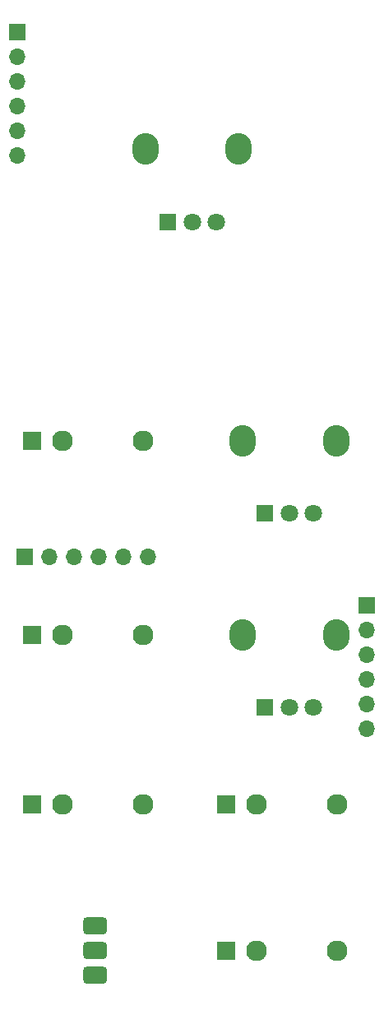
<source format=gbr>
%TF.GenerationSoftware,KiCad,Pcbnew,5.1.8*%
%TF.CreationDate,2020-12-05T20:57:14+00:00*%
%TF.ProjectId,oscillator_prototype,6f736369-6c6c-4617-946f-725f70726f74,rev?*%
%TF.SameCoordinates,Original*%
%TF.FileFunction,Soldermask,Bot*%
%TF.FilePolarity,Negative*%
%FSLAX46Y46*%
G04 Gerber Fmt 4.6, Leading zero omitted, Abs format (unit mm)*
G04 Created by KiCad (PCBNEW 5.1.8) date 2020-12-05 20:57:14*
%MOMM*%
%LPD*%
G01*
G04 APERTURE LIST*
%ADD10R,1.700000X1.700000*%
%ADD11O,1.700000X1.700000*%
%ADD12C,2.130000*%
%ADD13R,1.830000X1.930000*%
%ADD14O,2.720000X3.240000*%
%ADD15C,1.800000*%
%ADD16R,1.800000X1.800000*%
G04 APERTURE END LIST*
D10*
%TO.C,J11*%
X83000000Y-107000000D03*
D11*
X83000000Y-109540000D03*
X83000000Y-112080000D03*
X83000000Y-114620000D03*
X83000000Y-117160000D03*
X83000000Y-119700000D03*
%TD*%
D12*
%TO.C,J1*%
X79920000Y-127500000D03*
D13*
X68520000Y-127500000D03*
D12*
X71620000Y-127500000D03*
%TD*%
%TO.C,J3*%
X51620000Y-90000000D03*
D13*
X48520000Y-90000000D03*
D12*
X59920000Y-90000000D03*
%TD*%
%TO.C,J4*%
X79920000Y-142500000D03*
D13*
X68520000Y-142500000D03*
D12*
X71620000Y-142500000D03*
%TD*%
%TO.C,J6*%
X51620000Y-127500000D03*
D13*
X48520000Y-127500000D03*
D12*
X59920000Y-127500000D03*
%TD*%
%TO.C,J8*%
X59920000Y-110000000D03*
D13*
X48520000Y-110000000D03*
D12*
X51620000Y-110000000D03*
%TD*%
D14*
%TO.C,RV1*%
X70200000Y-90000000D03*
X79800000Y-90000000D03*
D15*
X77500000Y-97500000D03*
X75000000Y-97500000D03*
D16*
X72500000Y-97500000D03*
%TD*%
%TO.C,RV2*%
X62500000Y-67500000D03*
D15*
X65000000Y-67500000D03*
X67500000Y-67500000D03*
D14*
X69800000Y-60000000D03*
X60200000Y-60000000D03*
%TD*%
D16*
%TO.C,RV7*%
X72500000Y-117500000D03*
D15*
X75000000Y-117500000D03*
X77500000Y-117500000D03*
D14*
X79800000Y-110000000D03*
X70200000Y-110000000D03*
%TD*%
%TO.C,SW1*%
G36*
G01*
X53750000Y-140410000D02*
X53750000Y-139510000D01*
G75*
G02*
X54200000Y-139060000I450000J0D01*
G01*
X55800000Y-139060000D01*
G75*
G02*
X56250000Y-139510000I0J-450000D01*
G01*
X56250000Y-140410000D01*
G75*
G02*
X55800000Y-140860000I-450000J0D01*
G01*
X54200000Y-140860000D01*
G75*
G02*
X53750000Y-140410000I0J450000D01*
G01*
G37*
G36*
G01*
X53750000Y-142950000D02*
X53750000Y-142050000D01*
G75*
G02*
X54200000Y-141600000I450000J0D01*
G01*
X55800000Y-141600000D01*
G75*
G02*
X56250000Y-142050000I0J-450000D01*
G01*
X56250000Y-142950000D01*
G75*
G02*
X55800000Y-143400000I-450000J0D01*
G01*
X54200000Y-143400000D01*
G75*
G02*
X53750000Y-142950000I0J450000D01*
G01*
G37*
G36*
G01*
X53750000Y-145490000D02*
X53750000Y-144590000D01*
G75*
G02*
X54200000Y-144140000I450000J0D01*
G01*
X55800000Y-144140000D01*
G75*
G02*
X56250000Y-144590000I0J-450000D01*
G01*
X56250000Y-145490000D01*
G75*
G02*
X55800000Y-145940000I-450000J0D01*
G01*
X54200000Y-145940000D01*
G75*
G02*
X53750000Y-145490000I0J450000D01*
G01*
G37*
%TD*%
D10*
%TO.C,J9*%
X47750000Y-102000000D03*
D11*
X50290000Y-102000000D03*
X52830000Y-102000000D03*
X55370000Y-102000000D03*
X57910000Y-102000000D03*
X60450000Y-102000000D03*
%TD*%
%TO.C,J13*%
X47000000Y-60700000D03*
X47000000Y-58160000D03*
X47000000Y-55620000D03*
X47000000Y-53080000D03*
X47000000Y-50540000D03*
D10*
X47000000Y-48000000D03*
%TD*%
M02*

</source>
